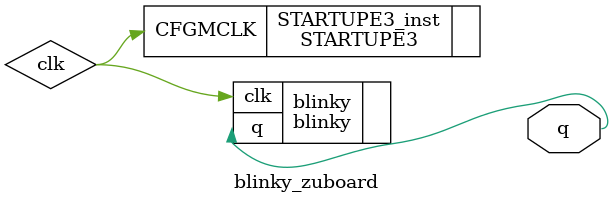
<source format=v>
module blinky_zuboard
  (output wire q);

   wire        clk;

   STARTUPE3 #(
   )
   STARTUPE3_inst (
      .CFGMCLK(clk)     // 1-bit output: Configuration internal oscillator clock output.
   );
    
   blinky #(.clk_freq_hz (100_000_000)) blinky
     (.clk (clk),
      .q   (q));

endmodule

</source>
